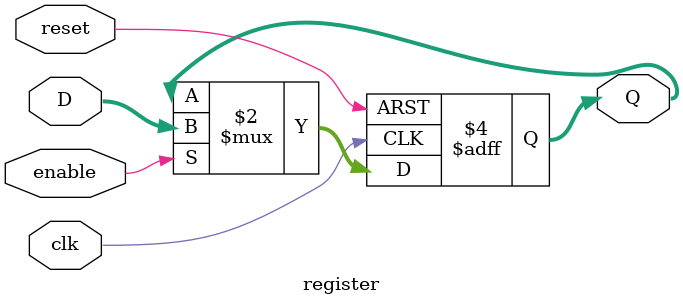
<source format=v>
`timescale 1ns / 1ps
module register (
    input clk,
    input reset,
    input enable,
    input [3:0] D,
    output reg [3:0] Q
);
    always @(posedge clk or posedge reset) begin
        if (reset)
            Q <= 0;
        else if (enable)
            Q <= D;
    end
endmodule

</source>
